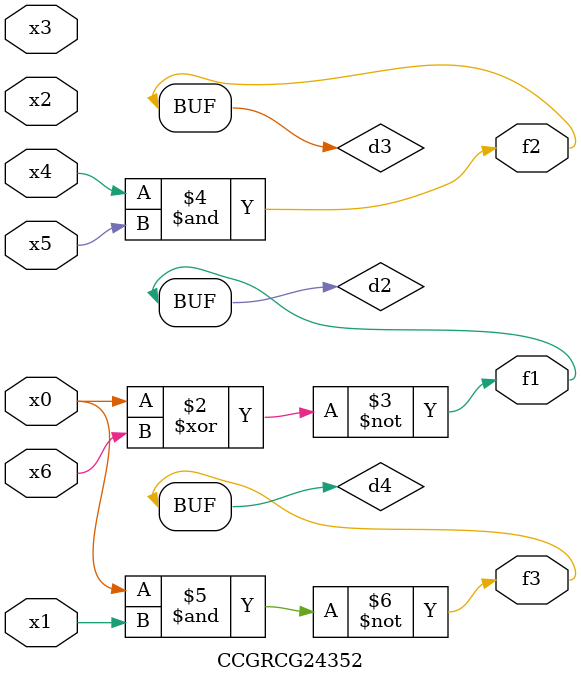
<source format=v>
module CCGRCG24352(
	input x0, x1, x2, x3, x4, x5, x6,
	output f1, f2, f3
);

	wire d1, d2, d3, d4;

	nor (d1, x0);
	xnor (d2, x0, x6);
	and (d3, x4, x5);
	nand (d4, x0, x1);
	assign f1 = d2;
	assign f2 = d3;
	assign f3 = d4;
endmodule

</source>
